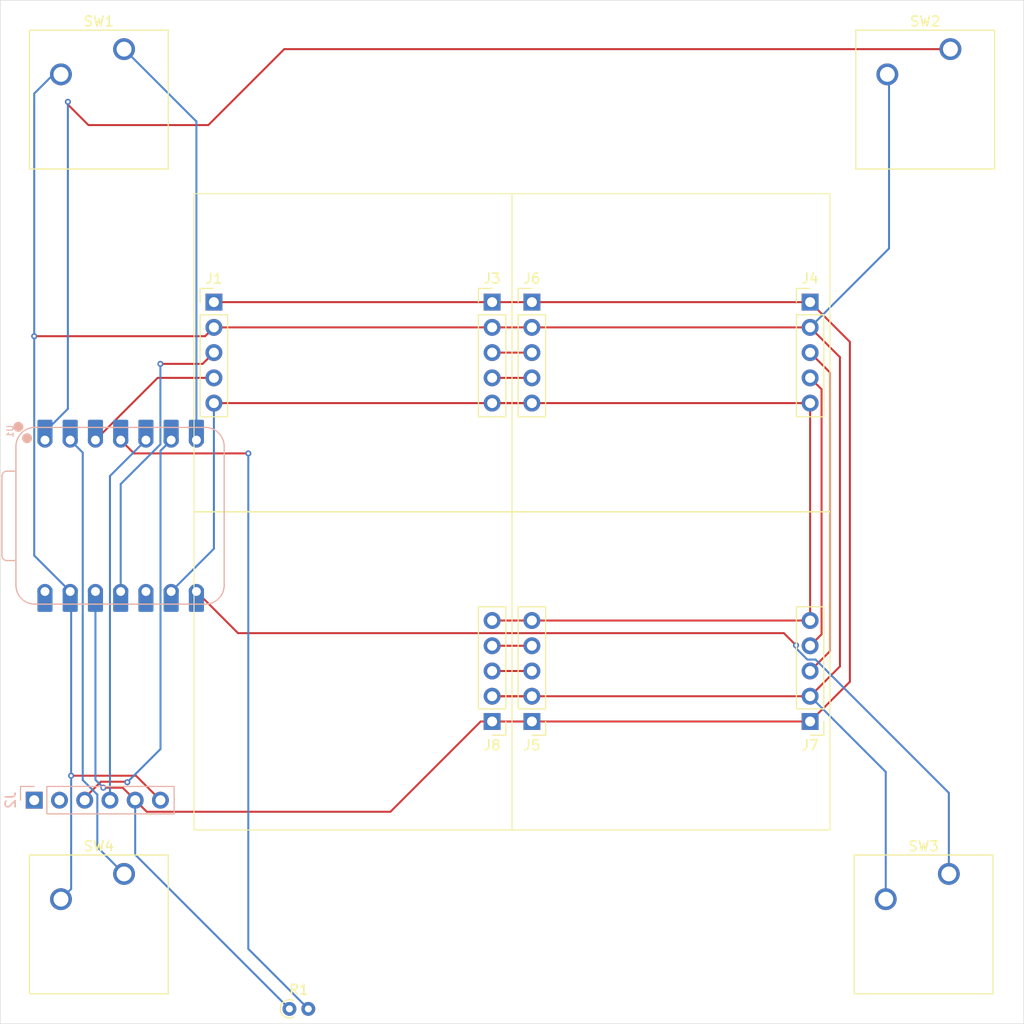
<source format=kicad_pcb>
(kicad_pcb (version 20241229) (generator "pcbnew") (generator_version "9.0")
  (layers (0 "F.Cu" signal) (2 "B.Cu" signal) (13 "F.Paste" user) (15 "B.Paste" user) (5 "F.SilkS" user "F.Silkscreen") (7 "B.SilkS" user "B.Silkscreen") (1 "F.Mask" user) (3 "B.Mask" user) (25 "Edge.Cuts" user))
  (net 0 "")
  (net 1 "+3V3")
  (net 2 "CS")
  (net 3 "CLK")
  (net 4 "DIN")
  (net 5 "GND")
  (net 7 "SDA")
  (net 9 "SCL")
  (net 10 "PHOTO")
  (net 11 "B1")
  (net 12 "B3")
  (net 13 "B2")
  (net 14 "B4")
  (net 19 "DIN2")
  (net 20 "DIN3")
  (net 21 "DIN4")
  (net 22 "CS2")
  (net 23 "CS3")
  (net 24 "CS4")
  (footprint "Connector_PinHeader_2.54mm:PinHeader_1x05_P2.54mm_Vertical" (layer "F.Cu") (at 170.5 73.96)
    (property "Reference" "J4" (at 0 -2.38 0) (layer "F.SilkS"))
    (property "Value" "Conn_01x05_Pin")
    (fp_line (start -1.38 -1.38) (end 0 -1.38) (stroke (width 0.12)) (layer "F.SilkS"))
    (fp_line (start -1.38 0) (end -1.38 -1.38) (stroke (width 0.12)) (layer "F.SilkS"))
    (fp_line (start -1.38 1.27) (end -1.38 11.54) (stroke (width 0.12)) (layer "F.SilkS"))
    (fp_line (start -1.38 1.27) (end 1.38 1.27) (stroke (width 0.12)) (layer "F.SilkS"))
    (fp_line (start -1.38 11.54) (end 1.38 11.54) (stroke (width 0.12)) (layer "F.SilkS"))
    (fp_line (start 1.38 1.27) (end 1.38 11.54) (stroke (width 0.12)) (layer "F.SilkS"))
    (pad "1" thru_hole rect (at 0 0) (size 1.7 1.7) (drill 1) (layers "*.Cu" "*.Mask") (net 1 "+3V3"))
    (pad "2" thru_hole circle (at 0 2.54) (size 1.7 1.7) (drill 1) (layers "*.Cu" "*.Mask") (net 5 "GND"))
    (pad "3" thru_hole circle (at 0 5.08) (size 1.7 1.7) (drill 1) (layers "*.Cu" "*.Mask") (net 20 "DIN3"))
    (pad "4" thru_hole circle (at 0 7.62) (size 1.7 1.7) (drill 1) (layers "*.Cu" "*.Mask") (net 23 "CS3"))
    (pad "5" thru_hole circle (at 0 10.16) (size 1.7 1.7) (drill 1) (layers "*.Cu" "*.Mask") (net 3 "CLK"))
  )
  (footprint "Connector_PinHeader_2.54mm:PinHeader_1x05_P2.54mm_Vertical" (layer "F.Cu") (at 142.5 116.16 180)
    (property "Reference" "J5" (at 0 -2.38 0) (layer "F.SilkS"))
    (property "Value" "Conn_01x05_Pin")
    (fp_line (start 1.38 1.27) (end 1.38 11.54) (stroke (width 0.12)) (layer "F.SilkS"))
    (fp_line (start -1.38 11.54) (end 1.38 11.54) (stroke (width 0.12)) (layer "F.SilkS"))
    (fp_line (start -1.38 1.27) (end 1.38 1.27) (stroke (width 0.12)) (layer "F.SilkS"))
    (fp_line (start -1.38 1.27) (end -1.38 11.54) (stroke (width 0.12)) (layer "F.SilkS"))
    (fp_line (start -1.38 0) (end -1.38 -1.38) (stroke (width 0.12)) (layer "F.SilkS"))
    (fp_line (start -1.38 -1.38) (end 0 -1.38) (stroke (width 0.12)) (layer "F.SilkS"))
    (pad "1" thru_hole rect (at 0 0 180) (size 1.7 1.7) (drill 1) (layers "*.Cu" "*.Mask") (net 1 "+3V3"))
    (pad "2" thru_hole circle (at 0 2.54 180) (size 1.7 1.7) (drill 1) (layers "*.Cu" "*.Mask") (net 5 "GND"))
    (pad "3" thru_hole circle (at 0 5.08 180) (size 1.7 1.7) (drill 1) (layers "*.Cu" "*.Mask") (net 21 "DIN4"))
    (pad "4" thru_hole circle (at 0 7.62 180) (size 1.7 1.7) (drill 1) (layers "*.Cu" "*.Mask") (net 24 "CS4"))
    (pad "5" thru_hole circle (at 0 10.16 180) (size 1.7 1.7) (drill 1) (layers "*.Cu" "*.Mask") (net 3 "CLK"))
  )
  (footprint "Connector_PinHeader_2.54mm:PinHeader_1x05_P2.54mm_Vertical" (layer "F.Cu") (at 142.5 73.96)
    (property "Reference" "J6" (at 0 -2.38 0) (layer "F.SilkS"))
    (property "Value" "Conn_01x05_Pin")
    (fp_line (start -1.38 -1.38) (end 0 -1.38) (stroke (width 0.12)) (layer "F.SilkS"))
    (fp_line (start -1.38 0) (end -1.38 -1.38) (stroke (width 0.12)) (layer "F.SilkS"))
    (fp_line (start -1.38 1.27) (end -1.38 11.54) (stroke (width 0.12)) (layer "F.SilkS"))
    (fp_line (start -1.38 1.27) (end 1.38 1.27) (stroke (width 0.12)) (layer "F.SilkS"))
    (fp_line (start -1.38 11.54) (end 1.38 11.54) (stroke (width 0.12)) (layer "F.SilkS"))
    (fp_line (start 1.38 1.27) (end 1.38 11.54) (stroke (width 0.12)) (layer "F.SilkS"))
    (pad "1" thru_hole rect (at 0 0) (size 1.7 1.7) (drill 1) (layers "*.Cu" "*.Mask") (net 1 "+3V3"))
    (pad "2" thru_hole circle (at 0 2.54) (size 1.7 1.7) (drill 1) (layers "*.Cu" "*.Mask") (net 5 "GND"))
    (pad "3" thru_hole circle (at 0 5.08) (size 1.7 1.7) (drill 1) (layers "*.Cu" "*.Mask") (net 19 "DIN2"))
    (pad "4" thru_hole circle (at 0 7.62) (size 1.7 1.7) (drill 1) (layers "*.Cu" "*.Mask") (net 22 "CS2"))
    (pad "5" thru_hole circle (at 0 10.16) (size 1.7 1.7) (drill 1) (layers "*.Cu" "*.Mask") (net 3 "CLK"))
  )
  (footprint "Button_Switch_Keyboard:SW_Cherry_MX_1.00u_PCB" (layer "F.Cu") (at 184.46 131.5)
    (property "Reference" "SW3" (at -2.54 -2.794 0) (layer "F.SilkS"))
    (property "Value" "SW_Push")
    (fp_line (start -9.525 -1.905) (end 4.445 -1.905) (stroke (width 0.12)) (layer "F.SilkS"))
    (fp_line (start -9.525 12.065) (end -9.525 -1.905) (stroke (width 0.12)) (layer "F.SilkS"))
    (fp_line (start 4.445 -1.905) (end 4.445 12.065) (stroke (width 0.12)) (layer "F.SilkS"))
    (fp_line (start 4.445 12.065) (end -9.525 12.065) (stroke (width 0.12)) (layer "F.SilkS"))
    (pad "" np_thru_hole circle (at -7.62 5.08) (size 1.7 1.7) (drill 1.7) (layers "*.Cu" "*.Mask"))
    (pad "" np_thru_hole circle (at -2.54 5.08) (size 4 4) (drill 4) (layers "*.Cu" "*.Mask"))
    (pad "" np_thru_hole circle (at 2.54 5.08) (size 1.7 1.7) (drill 1.7) (layers "*.Cu" "*.Mask"))
    (pad "1" thru_hole circle (at 0 0) (size 2.2 2.2) (drill 1.5) (layers "*.Cu" "*.Mask") (net 13 "B2"))
    (pad "2" thru_hole circle (at -6.35 2.54) (size 2.2 2.2) (drill 1.5) (layers "*.Cu" "*.Mask") (net 5 "GND"))
  )
  (footprint "Connector_PinHeader_2.54mm:PinHeader_1x05_P2.54mm_Vertical" (layer "F.Cu") (at 110.5 73.96)
    (property "Reference" "J1" (at 0 -2.38 0) (layer "F.SilkS"))
    (property "Value" "Conn_01x05_Pin")
    (fp_line (start -1.38 -1.38) (end 0 -1.38) (stroke (width 0.12)) (layer "F.SilkS"))
    (fp_line (start -1.38 0) (end -1.38 -1.38) (stroke (width 0.12)) (layer "F.SilkS"))
    (fp_line (start -1.38 1.27) (end -1.38 11.54) (stroke (width 0.12)) (layer "F.SilkS"))
    (fp_line (start -1.38 1.27) (end 1.38 1.27) (stroke (width 0.12)) (layer "F.SilkS"))
    (fp_line (start -1.38 11.54) (end 1.38 11.54) (stroke (width 0.12)) (layer "F.SilkS"))
    (fp_line (start 1.38 1.27) (end 1.38 11.54) (stroke (width 0.12)) (layer "F.SilkS"))
    (pad "1" thru_hole rect (at 0 0) (size 1.7 1.7) (drill 1) (layers "*.Cu" "*.Mask") (net 1 "+3V3"))
    (pad "2" thru_hole circle (at 0 2.54) (size 1.7 1.7) (drill 1) (layers "*.Cu" "*.Mask") (net 5 "GND"))
    (pad "3" thru_hole circle (at 0 5.08) (size 1.7 1.7) (drill 1) (layers "*.Cu" "*.Mask") (net 4 "DIN"))
    (pad "4" thru_hole circle (at 0 7.62) (size 1.7 1.7) (drill 1) (layers "*.Cu" "*.Mask") (net 2 "CS"))
    (pad "5" thru_hole circle (at 0 10.16) (size 1.7 1.7) (drill 1) (layers "*.Cu" "*.Mask") (net 3 "CLK"))
  )
  (footprint "Connector_PinHeader_2.54mm:PinHeader_1x05_P2.54mm_Vertical" (layer "F.Cu") (at 138.5 116.16 180)
    (property "Reference" "J8" (at 0 -2.38 0) (layer "F.SilkS"))
    (property "Value" "Conn_01x05_Pin")
    (fp_line (start 1.38 1.27) (end 1.38 11.54) (stroke (width 0.12)) (layer "F.SilkS"))
    (fp_line (start -1.38 11.54) (end 1.38 11.54) (stroke (width 0.12)) (layer "F.SilkS"))
    (fp_line (start -1.38 1.27) (end 1.38 1.27) (stroke (width 0.12)) (layer "F.SilkS"))
    (fp_line (start -1.38 1.27) (end -1.38 11.54) (stroke (width 0.12)) (layer "F.SilkS"))
    (fp_line (start -1.38 0) (end -1.38 -1.38) (stroke (width 0.12)) (layer "F.SilkS"))
    (fp_line (start -1.38 -1.38) (end 0 -1.38) (stroke (width 0.12)) (layer "F.SilkS"))
    (pad "1" thru_hole rect (at 0 0 180) (size 1.7 1.7) (drill 1) (layers "*.Cu" "*.Mask") (net 1 "+3V3"))
    (pad "2" thru_hole circle (at 0 2.54 180) (size 1.7 1.7) (drill 1) (layers "*.Cu" "*.Mask") (net 5 "GND"))
    (pad "3" thru_hole circle (at 0 5.08 180) (size 1.7 1.7) (drill 1) (layers "*.Cu" "*.Mask") (net 21 "DIN4"))
    (pad "4" thru_hole circle (at 0 7.62 180) (size 1.7 1.7) (drill 1) (layers "*.Cu" "*.Mask") (net 24 "CS4"))
    (pad "5" thru_hole circle (at 0 10.16 180) (size 1.7 1.7) (drill 1) (layers "*.Cu" "*.Mask") (net 3 "CLK"))
  )
  (footprint "Button_Switch_Keyboard:SW_Cherry_MX_1.00u_PCB" (layer "F.Cu") (at 101.46 131.5)
    (property "Reference" "SW4" (at -2.54 -2.794 0) (layer "F.SilkS"))
    (property "Value" "SW_Push")
    (fp_line (start -9.525 -1.905) (end 4.445 -1.905) (stroke (width 0.12)) (layer "F.SilkS"))
    (fp_line (start -9.525 12.065) (end -9.525 -1.905) (stroke (width 0.12)) (layer "F.SilkS"))
    (fp_line (start 4.445 -1.905) (end 4.445 12.065) (stroke (width 0.12)) (layer "F.SilkS"))
    (fp_line (start 4.445 12.065) (end -9.525 12.065) (stroke (width 0.12)) (layer "F.SilkS"))
    (pad "" np_thru_hole circle (at -7.62 5.08) (size 1.7 1.7) (drill 1.7) (layers "*.Cu" "*.Mask"))
    (pad "" np_thru_hole circle (at -2.54 5.08) (size 4 4) (drill 4) (layers "*.Cu" "*.Mask"))
    (pad "" np_thru_hole circle (at 2.54 5.08) (size 1.7 1.7) (drill 1.7) (layers "*.Cu" "*.Mask"))
    (pad "1" thru_hole circle (at 0 0) (size 2.2 2.2) (drill 1.5) (layers "*.Cu" "*.Mask") (net 14 "B4"))
    (pad "2" thru_hole circle (at -6.35 2.54) (size 2.2 2.2) (drill 1.5) (layers "*.Cu" "*.Mask") (net 5 "GND"))
  )
  (footprint "Resistor_THT:R_Axial_DIN0204_L3.6mm_D1.6mm_P1.90mm_Vertical" (layer "F.Cu") (at 118.1 145.08)
    (property "Reference" "R1" (at 0.95 -1.92 0) (layer "F.SilkS"))
    (property "Value" "R_Photo")
    (fp_arc (start 0.417133 0.82) (mid -0.92 0) (end 0.417133 -0.82) (stroke (width 0.12)) (layer "F.SilkS"))
    (pad "1" thru_hole circle (at 0 0) (size 1.4 1.4) (drill 0.7) (layers "*.Cu" "*.Mask") (net 1 "+3V3"))
    (pad "2" thru_hole circle (at 1.9 0) (size 1.4 1.4) (drill 0.7) (layers "*.Cu" "*.Mask") (net 10 "PHOTO"))
  )
  (footprint "Connector_PinHeader_2.54mm:PinHeader_1x05_P2.54mm_Vertical" (layer "F.Cu") (at 138.5 73.96)
    (property "Reference" "J3" (at 0 -2.38 0) (layer "F.SilkS"))
    (property "Value" "Conn_01x05_Pin")
    (fp_line (start -1.38 -1.38) (end 0 -1.38) (stroke (width 0.12)) (layer "F.SilkS"))
    (fp_line (start -1.38 0) (end -1.38 -1.38) (stroke (width 0.12)) (layer "F.SilkS"))
    (fp_line (start -1.38 1.27) (end -1.38 11.54) (stroke (width 0.12)) (layer "F.SilkS"))
    (fp_line (start -1.38 1.27) (end 1.38 1.27) (stroke (width 0.12)) (layer "F.SilkS"))
    (fp_line (start -1.38 11.54) (end 1.38 11.54) (stroke (width 0.12)) (layer "F.SilkS"))
    (fp_line (start 1.38 1.27) (end 1.38 11.54) (stroke (width 0.12)) (layer "F.SilkS"))
    (pad "1" thru_hole rect (at 0 0) (size 1.7 1.7) (drill 1) (layers "*.Cu" "*.Mask") (net 1 "+3V3"))
    (pad "2" thru_hole circle (at 0 2.54) (size 1.7 1.7) (drill 1) (layers "*.Cu" "*.Mask") (net 5 "GND"))
    (pad "3" thru_hole circle (at 0 5.08) (size 1.7 1.7) (drill 1) (layers "*.Cu" "*.Mask") (net 19 "DIN2"))
    (pad "4" thru_hole circle (at 0 7.62) (size 1.7 1.7) (drill 1) (layers "*.Cu" "*.Mask") (net 22 "CS2"))
    (pad "5" thru_hole circle (at 0 10.16) (size 1.7 1.7) (drill 1) (layers "*.Cu" "*.Mask") (net 3 "CLK"))
  )
  (footprint "Connector_PinHeader_2.54mm:PinHeader_1x05_P2.54mm_Vertical" (layer "F.Cu") (at 170.5 116.16 180)
    (property "Reference" "J7" (at 0 -2.38 0) (layer "F.SilkS"))
    (property "Value" "Conn_01x05_Pin")
    (fp_line (start 1.38 1.27) (end 1.38 11.54) (stroke (width 0.12)) (layer "F.SilkS"))
    (fp_line (start -1.38 11.54) (end 1.38 11.54) (stroke (width 0.12)) (layer "F.SilkS"))
    (fp_line (start -1.38 1.27) (end 1.38 1.27) (stroke (width 0.12)) (layer "F.SilkS"))
    (fp_line (start -1.38 1.27) (end -1.38 11.54) (stroke (width 0.12)) (layer "F.SilkS"))
    (fp_line (start -1.38 0) (end -1.38 -1.38) (stroke (width 0.12)) (layer "F.SilkS"))
    (fp_line (start -1.38 -1.38) (end 0 -1.38) (stroke (width 0.12)) (layer "F.SilkS"))
    (pad "1" thru_hole rect (at 0 0 180) (size 1.7 1.7) (drill 1) (layers "*.Cu" "*.Mask") (net 1 "+3V3"))
    (pad "2" thru_hole circle (at 0 2.54 180) (size 1.7 1.7) (drill 1) (layers "*.Cu" "*.Mask") (net 5 "GND"))
    (pad "3" thru_hole circle (at 0 5.08 180) (size 1.7 1.7) (drill 1) (layers "*.Cu" "*.Mask") (net 20 "DIN3"))
    (pad "4" thru_hole circle (at 0 7.62 180) (size 1.7 1.7) (drill 1) (layers "*.Cu" "*.Mask") (net 23 "CS3"))
    (pad "5" thru_hole circle (at 0 10.16 180) (size 1.7 1.7) (drill 1) (layers "*.Cu" "*.Mask") (net 3 "CLK"))
  )
  (footprint "Button_Switch_Keyboard:SW_Cherry_MX_1.00u_PCB" (layer "F.Cu") (at 184.62 48.5)
    (property "Reference" "SW2" (at -2.54 -2.794 0) (layer "F.SilkS"))
    (property "Value" "SW_Push")
    (fp_line (start -9.525 -1.905) (end 4.445 -1.905) (stroke (width 0.12)) (layer "F.SilkS"))
    (fp_line (start -9.525 12.065) (end -9.525 -1.905) (stroke (width 0.12)) (layer "F.SilkS"))
    (fp_line (start 4.445 -1.905) (end 4.445 12.065) (stroke (width 0.12)) (layer "F.SilkS"))
    (fp_line (start 4.445 12.065) (end -9.525 12.065) (stroke (width 0.12)) (layer "F.SilkS"))
    (pad "" np_thru_hole circle (at -7.62 5.08) (size 1.7 1.7) (drill 1.7) (layers "*.Cu" "*.Mask"))
    (pad "" np_thru_hole circle (at -2.54 5.08) (size 4 4) (drill 4) (layers "*.Cu" "*.Mask"))
    (pad "" np_thru_hole circle (at 2.54 5.08) (size 1.7 1.7) (drill 1.7) (layers "*.Cu" "*.Mask"))
    (pad "1" thru_hole circle (at 0 0) (size 2.2 2.2) (drill 1.5) (layers "*.Cu" "*.Mask") (net 12 "B3"))
    (pad "2" thru_hole circle (at -6.35 2.54) (size 2.2 2.2) (drill 1.5) (layers "*.Cu" "*.Mask") (net 5 "GND"))
  )
  (footprint "Button_Switch_Keyboard:SW_Cherry_MX_1.00u_PCB" (layer "F.Cu") (at 101.46 48.5)
    (property "Reference" "SW1" (at -2.54 -2.794 0) (layer "F.SilkS"))
    (property "Value" "SW_Push")
    (fp_line (start -9.525 -1.905) (end 4.445 -1.905) (stroke (width 0.12)) (layer "F.SilkS"))
    (fp_line (start -9.525 12.065) (end -9.525 -1.905) (stroke (width 0.12)) (layer "F.SilkS"))
    (fp_line (start 4.445 -1.905) (end 4.445 12.065) (stroke (width 0.12)) (layer "F.SilkS"))
    (fp_line (start 4.445 12.065) (end -9.525 12.065) (stroke (width 0.12)) (layer "F.SilkS"))
    (pad "" np_thru_hole circle (at -7.62 5.08) (size 1.7 1.7) (drill 1.7) (layers "*.Cu" "*.Mask"))
    (pad "" np_thru_hole circle (at -2.54 5.08) (size 4 4) (drill 4) (layers "*.Cu" "*.Mask"))
    (pad "" np_thru_hole circle (at 2.54 5.08) (size 1.7 1.7) (drill 1.7) (layers "*.Cu" "*.Mask"))
    (pad "1" thru_hole circle (at 0 0) (size 2.2 2.2) (drill 1.5) (layers "*.Cu" "*.Mask") (net 11 "B1"))
    (pad "2" thru_hole circle (at -6.35 2.54) (size 2.2 2.2) (drill 1.5) (layers "*.Cu" "*.Mask") (net 5 "GND"))
  )
  (footprint "Connector_PinHeader_2.54mm:PinHeader_1x06_P2.54mm_Vertical" (layer "B.Cu") (at 92.42 124.08 -90)
    (property "Reference" "J2" (at 0 2.38 90) (layer "B.SilkS") (effects (justify mirror)))
    (property "Value" "Conn_01x06_Pin")
    (fp_line (start -1.38 1.38) (end 0 1.38) (stroke (width 0.12)) (layer "B.SilkS"))
    (fp_line (start -1.38 0) (end -1.38 1.38) (stroke (width 0.12)) (layer "B.SilkS"))
    (fp_line (start -1.38 -1.27) (end 1.38 -1.27) (stroke (width 0.12)) (layer "B.SilkS"))
    (fp_line (start -1.38 -1.27) (end -1.38 -14.08) (stroke (width 0.12)) (layer "B.SilkS"))
    (fp_line (start 1.38 -1.27) (end 1.38 -14.08) (stroke (width 0.12)) (layer "B.SilkS"))
    (fp_line (start -1.38 -14.08) (end 1.38 -14.08) (stroke (width 0.12)) (layer "B.SilkS"))
    (pad "1" thru_hole rect (at 0 0 270) (size 1.7 1.7) (drill 1) (layers "*.Cu" "*.Mask"))
    (pad "2" thru_hole circle (at 0 -2.54 270) (size 1.7 1.7) (drill 1) (layers "*.Cu" "*.Mask"))
    (pad "3" thru_hole circle (at 0 -5.08 270) (size 1.7 1.7) (drill 1) (layers "*.Cu" "*.Mask") (net 9 "SCL"))
    (pad "4" thru_hole circle (at 0 -7.62 270) (size 1.7 1.7) (drill 1) (layers "*.Cu" "*.Mask") (net 7 "SDA"))
    (pad "5" thru_hole circle (at 0 -10.16 270) (size 1.7 1.7) (drill 1) (layers "*.Cu" "*.Mask") (net 1 "+3V3"))
    (pad "6" thru_hole circle (at 0 -12.7 270) (size 1.7 1.7) (drill 1) (layers "*.Cu" "*.Mask") (net 5 "GND"))
  )
  (footprint "EE Parts:XIAO-RP2040-DIP" (layer "B.Cu") (at 101.12 95.46 -90)
    (property "Reference" "U1" (at -8.5 11.12 90) (layer "B.SilkS") (effects (font (size 0.635 0.635) (thickness 0.1016)) (justify mirror)))
    (property "Value" "XIAO-RP2040-DIP")
    (fp_line (start -3.991272 11.951) (end 4.004 11.951) (stroke (width 0.127)) (layer "B.SilkS"))
    (fp_line (start 4.504 11.451) (end 4.504 10.541) (stroke (width 0.127)) (layer "B.SilkS"))
    (fp_line (start -4.495 10.541) (end -4.491272 11.451272) (stroke (width 0.127)) (layer "B.SilkS"))
    (fp_line (start 6.985 10.541) (end -6.985 10.541) (stroke (width 0.1)) (layer "B.SilkS"))
    (fp_line (start 6.985 10.541) (end -6.985 10.541) (stroke (width 0.127)) (layer "B.SilkS"))
    (fp_line (start -8.89 -8.509) (end -8.89 8.636) (stroke (width 0.127)) (layer "B.SilkS"))
    (fp_line (start 8.89 -8.509) (end 8.89 8.636) (stroke (width 0.127)) (layer "B.SilkS"))
    (fp_line (start -6.985 -10.414) (end 6.985 -10.414) (stroke (width 0.127)) (layer "B.SilkS"))
    (fp_arc (start -3.991272 11.951) (mid -4.344724 11.804644) (end -4.491272 11.451272) (stroke (width 0.127)) (layer "B.SilkS"))
    (fp_arc (start 4.504 11.451) (mid 4.357553 11.804553) (end 4.004 11.951) (stroke (width 0.127)) (layer "B.SilkS"))
    (fp_arc (start -6.985 10.541) (mid -8.332038 9.983038) (end -8.89 8.636) (stroke (width 0.127)) (layer "B.SilkS"))
    (fp_arc (start 8.89 8.636) (mid 8.332038 9.983038) (end 6.985 10.541) (stroke (width 0.127)) (layer "B.SilkS"))
    (fp_arc (start -8.89 -8.509) (mid -8.332038 -9.856038) (end -6.985 -10.414) (stroke (width 0.127)) (layer "B.SilkS"))
    (fp_arc (start 6.985 -10.414) (mid 8.332038 -9.856038) (end 8.89 -8.509) (stroke (width 0.127)) (layer "B.SilkS"))
    (fp_circle (center -8.95 10.3) (end -8.95 10.554) (stroke (width 0.5)) (fill yes) (layer "B.SilkS"))
    (fp_circle (center -7.807 9.42) (end -7.807 9.674) (stroke (width 0.5)) (fill yes) (layer "B.SilkS"))
    (pad "1" smd roundrect (at -8.455 7.62 90) (size 2.432 1.524) (layers "B.Cu" "B.Mask") (roundrect_rratio 0.1) (net 12 "B3"))
    (pad "1" thru_hole circle (at -7.62 7.62 90) (size 1.524 1.524) (drill 0.889) (layers "*.Cu" "*.Mask") (net 12 "B3"))
    (pad "2" smd roundrect (at -8.455 5.08 90) (size 2.432 1.524) (layers "B.Cu" "B.Mask") (roundrect_rratio 0.1) (net 14 "B4"))
    (pad "2" thru_hole circle (at -7.62 5.08 90) (size 1.524 1.524) (drill 0.889) (layers "*.Cu" "*.Mask") (net 14 "B4"))
    (pad "3" smd roundrect (at -8.455 2.54 90) (size 2.432 1.524) (layers "B.Cu" "B.Mask") (roundrect_rratio 0.1) (net 2 "CS"))
    (pad "3" thru_hole circle (at -7.62 2.54 90) (size 1.524 1.524) (drill 0.889) (layers "*.Cu" "*.Mask") (net 2 "CS"))
    (pad "4" smd roundrect (at -8.455 0 90) (size 2.432 1.524) (layers "B.Cu" "B.Mask") (roundrect_rratio 0.1) (net 10 "PHOTO"))
    (pad "4" thru_hole circle (at -7.62 0 90) (size 1.524 1.524) (drill 0.889) (layers "*.Cu" "*.Mask") (net 10 "PHOTO"))
    (pad "5" smd roundrect (at -8.455 -2.54 90) (size 2.432 1.524) (layers "B.Cu" "B.Mask") (roundrect_rratio 0.1) (net 7 "SDA"))
    (pad "5" thru_hole circle (at -7.62 -2.54 90) (size 1.524 1.524) (drill 0.889) (layers "*.Cu" "*.Mask") (net 7 "SDA"))
    (pad "6" smd roundrect (at -8.455 -5.08 90) (size 2.432 1.524) (layers "B.Cu" "B.Mask") (roundrect_rratio 0.1) (net 9 "SCL"))
    (pad "6" thru_hole circle (at -7.62 -5.08 90) (size 1.524 1.524) (drill 0.889) (layers "*.Cu" "*.Mask") (net 9 "SCL"))
    (pad "7" smd roundrect (at -8.455 -7.62 90) (size 2.432 1.524) (layers "B.Cu" "B.Mask") (roundrect_rratio 0.1) (net 11 "B1"))
    (pad "7" thru_hole circle (at -7.62 -7.62 90) (size 1.524 1.524) (drill 0.889) (layers "*.Cu" "*.Mask") (net 11 "B1"))
    (pad "8" thru_hole circle (at 7.62 -7.62 270) (size 1.524 1.524) (drill 0.889) (layers "*.Cu" "*.Mask") (net 13 "B2"))
    (pad "8" smd roundrect (at 8.455 -7.62 270) (size 2.432 1.524) (layers "B.Cu" "B.Mask") (roundrect_rratio 0.1) (net 13 "B2"))
    (pad "9" thru_hole circle (at 7.62 -5.08 270) (size 1.524 1.524) (drill 0.889) (layers "*.Cu" "*.Mask") (net 3 "CLK"))
    (pad "9" smd roundrect (at 8.455 -5.08 270) (size 2.432 1.524) (layers "B.Cu" "B.Mask") (roundrect_rratio 0.1) (net 3 "CLK"))
    (pad "10" thru_hole circle (at 7.62 -2.54 270) (size 1.524 1.524) (drill 0.889) (layers "*.Cu" "*.Mask"))
    (pad "10" smd roundrect (at 8.455 -2.54 270) (size 2.432 1.524) (layers "B.Cu" "B.Mask") (roundrect_rratio 0.1))
    (pad "11" thru_hole circle (at 7.62 0 270) (size 1.524 1.524) (drill 0.889) (layers "*.Cu" "*.Mask") (net 4 "DIN"))
    (pad "11" smd roundrect (at 8.455 0 270) (size 2.432 1.524) (layers "B.Cu" "B.Mask") (roundrect_rratio 0.1) (net 4 "DIN"))
    (pad "12" thru_hole circle (at 7.62 2.54 270) (size 1.524 1.524) (drill 0.889) (layers "*.Cu" "*.Mask") (net 1 "+3V3"))
    (pad "12" smd roundrect (at 8.455 2.54 270) (size 2.432 1.524) (layers "B.Cu" "B.Mask") (roundrect_rratio 0.1) (net 1 "+3V3"))
    (pad "13" thru_hole circle (at 7.62 5.08 270) (size 1.524 1.524) (drill 0.889) (layers "*.Cu" "*.Mask") (net 5 "GND"))
    (pad "13" smd roundrect (at 8.455 5.08 270) (size 2.432 1.524) (layers "B.Cu" "B.Mask") (roundrect_rratio 0.1) (net 5 "GND"))
    (pad "14" thru_hole circle (at 7.62 7.62 270) (size 1.524 1.524) (drill 0.889) (layers "*.Cu" "*.Mask"))
    (pad "14" smd roundrect (at 8.455 7.62 270) (size 2.432 1.524) (layers "B.Cu" "B.Mask") (roundrect_rratio 0.1))
  )
  (gr_rect (start 140.5 95.08) (end 172.5 127.08) (stroke (width 0.1)) (fill no) (layer "F.SilkS"))
  (gr_rect (start 140.5 63.04) (end 172.5 95.04) (stroke (width 0.1)) (fill no) (layer "F.SilkS"))
  (gr_rect (start 108.5 95.08) (end 140.5 127.08) (stroke (width 0.1)) (fill no) (layer "F.SilkS"))
  (gr_rect (start 108.5 63.04) (end 140.5 95.04) (stroke (width 0.1)) (fill no) (layer "F.SilkS"))
  (gr_rect (start 89 43.58) (end 192 146.58) (stroke (width 0.05)) (fill no) (layer "Edge.Cuts"))
  (segment (start 174.5 77.96) (end 174.5 112.16) (width 0.2) (layer "F.Cu") (net 1))
  (segment (start 142.5 116.16) (end 138.5 116.16) (width 0.2) (layer "F.Cu") (net 1))
  (segment (start 102.58 124.08) (end 103.7437 125.2437) (width 0.2) (layer "F.Cu") (net 1))
  (segment (start 138.5 116.16) (end 137.3483 116.16) (width 0.2) (layer "F.Cu") (net 1))
  (segment (start 103.7437 125.2437) (end 128.2646 125.2437) (width 0.2) (layer "F.Cu") (net 1))
  (segment (start 101.3224 122.8224) (end 102.58 124.08) (width 0.2) (layer "F.Cu") (net 1))
  (segment (start 138.5 116.16) (end 170.5 116.16) (width 0.2) (layer "F.Cu") (net 1))
  (segment (start 170.5 73.96) (end 174.5 77.96) (width 0.2) (layer "F.Cu") (net 1))
  (segment (start 99.3747 122.8224) (end 101.3224 122.8224) (width 0.2) (layer "F.Cu") (net 1))
  (segment (start 128.2646 125.2437) (end 137.3483 116.16) (width 0.2) (layer "F.Cu") (net 1))
  (segment (start 110.5 73.96) (end 170.5 73.96) (width 0.2) (layer "F.Cu") (net 1))
  (segment (start 174.5 112.16) (end 170.5 116.16) (width 0.2) (layer "F.Cu") (net 1))
  (via (at 99.3747 122.8224) (size 0.6) (drill 0.3) (layers "F.Cu" "B.Cu") (net 1))
  (segment (start 99.3747 122.8224) (end 98.58 122.0277) (width 0.2) (layer "B.Cu") (net 1))
  (segment (start 98.58 122.0277) (end 98.58 103.915) (width 0.2) (layer "B.Cu") (net 1))
  (segment (start 102.58 129.56) (end 102.58 124.08) (width 0.2) (layer "B.Cu") (net 1))
  (segment (start 98.58 103.915) (end 98.58 103.08) (width 0.2) (layer "B.Cu") (net 1))
  (segment (start 118.1 145.08) (end 102.58 129.56) (width 0.2) (layer "B.Cu") (net 1))
  (segment (start 98.58 87.84) (end 104.84 81.58) (width 0.2) (layer "F.Cu") (net 2))
  (segment (start 104.84 81.58) (end 110.5 81.58) (width 0.2) (layer "F.Cu") (net 2))
  (segment (start 98.58 87.005) (end 98.58 87.84) (width 0.2) (layer "B.Cu") (net 2))
  (segment (start 142.5 84.12) (end 138.5 84.12) (width 0.2) (layer "F.Cu") (net 3))
  (segment (start 142.5 106) (end 138.5 106) (width 0.2) (layer "F.Cu") (net 3))
  (segment (start 110.5 84.12) (end 170.5 84.12) (width 0.2) (layer "F.Cu") (net 3))
  (segment (start 170.5 84.12) (end 170.5 106) (width 0.2) (layer "F.Cu") (net 3))
  (segment (start 170.5 106) (end 138.5 106) (width 0.2) (layer "F.Cu") (net 3))
  (segment (start 106.2 103.08) (end 110.5 98.78) (width 0.2) (layer "B.Cu") (net 3))
  (segment (start 106.2 103.915) (end 106.2 103.08) (width 0.2) (layer "B.Cu") (net 3))
  (segment (start 110.5 98.78) (end 110.5 84.12) (width 0.2) (layer "B.Cu") (net 3))
  (segment (start 109.3689 80.1711) (end 105.1173 80.1711) (width 0.2) (layer "F.Cu") (net 4))
  (segment (start 110.5 79.04) (end 109.3689 80.1711) (width 0.2) (layer "F.Cu") (net 4))
  (via (at 105.1173 80.1711) (size 0.6) (drill 0.3) (layers "F.Cu" "B.Cu") (net 4))
  (segment (start 101.12 92.2707) (end 101.12 103.08) (width 0.2) (layer "B.Cu") (net 4))
  (segment (start 101.12 103.915) (end 101.12 103.08) (width 0.2) (layer "B.Cu") (net 4))
  (segment (start 105.1173 88.2734) (end 101.12 92.2707) (width 0.2) (layer "B.Cu") (net 4))
  (segment (start 105.1173 80.1711) (end 105.1173 88.2734) (width 0.2) (layer "B.Cu") (net 4))
  (segment (start 102.6569 121.6169) (end 105.12 124.08) (width 0.2) (layer "F.Cu") (net 5))
  (segment (start 109.6121 77.3879) (end 110.5 76.5) (width 0.2) (layer "F.Cu") (net 5))
  (segment (start 92.4202 77.3879) (end 109.6121 77.3879) (width 0.2) (layer "F.Cu") (net 5))
  (segment (start 173.5 79.5) (end 170.5 76.5) (width 0.2) (layer "F.Cu") (net 5))
  (segment (start 170.5 113.62) (end 173.5 110.62) (width 0.2) (layer "F.Cu") (net 5))
  (segment (start 142.5 113.62) (end 138.5 113.62) (width 0.2) (layer "F.Cu") (net 5))
  (segment (start 96.135 121.6169) (end 102.6569 121.6169) (width 0.2) (layer "F.Cu") (net 5))
  (segment (start 170.5 113.62) (end 138.5 113.62) (width 0.2) (layer "F.Cu") (net 5))
  (segment (start 173.5 110.62) (end 173.5 79.5) (width 0.2) (layer "F.Cu") (net 5))
  (segment (start 170.5 76.5) (end 110.5 76.5) (width 0.2) (layer "F.Cu") (net 5))
  (via (at 96.135 121.6169) (size 0.6) (drill 0.3) (layers "F.Cu" "B.Cu") (net 5))
  (via (at 92.4202 77.3879) (size 0.6) (drill 0.3) (layers "F.Cu" "B.Cu") (net 5))
  (segment (start 178.27 51.04) (end 178.4413 51.2113) (width 0.2) (layer "B.Cu") (net 5))
  (segment (start 94.3534 51.04) (end 92.4202 52.9732) (width 0.2) (layer "B.Cu") (net 5))
  (segment (start 92.4202 99.4602) (end 96.04 103.08) (width 0.2) (layer "B.Cu") (net 5))
  (segment (start 92.4202 52.9732) (end 92.4202 77.3879) (width 0.2) (layer "B.Cu") (net 5))
  (segment (start 178.4413 51.2113) (end 178.4413 68.5587) (width 0.2) (layer "B.Cu") (net 5))
  (segment (start 178.11 121.23) (end 170.5 113.62) (width 0.2) (layer "B.Cu") (net 5))
  (segment (start 95.11 51.04) (end 94.3534 51.04) (width 0.2) (layer "B.Cu") (net 5))
  (segment (start 178.4413 68.5587) (end 170.5 76.5) (width 0.2) (layer "B.Cu") (net 5))
  (segment (start 96.135 133.015) (end 96.135 121.6169) (width 0.2) (layer "B.Cu") (net 5))
  (segment (start 96.135 104.01) (end 96.04 103.915) (width 0.2) (layer "B.Cu") (net 5))
  (segment (start 92.4202 77.3879) (end 92.4202 99.4602) (width 0.2) (layer "B.Cu") (net 5))
  (segment (start 178.11 134.04) (end 178.11 121.23) (width 0.2) (layer "B.Cu") (net 5))
  (segment (start 95.11 134.04) (end 96.135 133.015) (width 0.2) (layer "B.Cu") (net 5))
  (segment (start 96.135 121.6169) (end 96.135 104.01) (width 0.2) (layer "B.Cu") (net 5))
  (segment (start 96.04 103.915) (end 96.04 103.08) (width 0.2) (layer "B.Cu") (net 5))
  (segment (start 103.66 87.005) (end 103.66 87.4225) (width 0.2) (layer "B.Cu") (net 7))
  (segment (start 103.66 87.6725) (end 103.66 87.84) (width 0.2) (layer "B.Cu") (net 7))
  (segment (start 103.66 87.6312) (end 103.66 87.6725) (width 0.2) (layer "B.Cu") (net 7))
  (segment (start 103.66 87.84) (end 100.04 91.46) (width 0.2) (layer "B.Cu") (net 7))
  (segment (start 103.66 87.4225) (end 103.66 87.6312) (width 0.2) (layer "B.Cu") (net 7))
  (segment (start 100.04 91.46) (end 100.04 124.08) (width 0.2) (layer "B.Cu") (net 7))
  (segment (start 101.7847 122.2743) (end 101.7311 122.2207) (width 0.2) (layer "F.Cu") (net 9))
  (segment (start 97.5 123.8463) (end 97.5 124.08) (width 0.2) (layer "F.Cu") (net 9))
  (segment (start 101.7847 122.2207) (end 101.7847 122.2743) (width 0.2) (layer "F.Cu") (net 9))
  (segment (start 101.7847 122.2743) (end 101.7847 122.2207) (width 0.2) (layer "F.Cu") (net 9))
  (segment (start 101.7311 122.2207) (end 99.1256 122.2207) (width 0.2) (layer "F.Cu") (net 9))
  (segment (start 99.1256 122.2207) (end 97.5 123.8463) (width 0.2) (layer "F.Cu") (net 9))
  (via (at 101.7847 122.2743) (size 0.6) (drill 0.3) (layers "F.Cu" "B.Cu") (net 9))
  (segment (start 101.7847 122.2743) (end 101.7847 122.2207) (width 0.2) (layer "B.Cu") (net 9))
  (segment (start 106.2 87.005) (end 106.2 87.4225) (width 0.2) (layer "B.Cu") (net 9))
  (segment (start 105.128 88.912) (end 106.2 87.84) (width 0.2) (layer "B.Cu") (net 9))
  (segment (start 106.2 87.4638) (end 106.2 87.84) (width 0.2) (layer "B.Cu") (net 9))
  (segment (start 106.2 87.4225) (end 106.2 87.4638) (width 0.2) (layer "B.Cu") (net 9))
  (segment (start 101.7847 122.2207) (end 101.7847 122.2743) (width 0.2) (layer "B.Cu") (net 9))
  (segment (start 101.7847 122.2743) (end 105.128 118.931) (width 0.2) (layer "B.Cu") (net 9))
  (segment (start 105.128 118.931) (end 105.128 88.912) (width 0.2) (layer "B.Cu") (net 9))
  (segment (start 102.4623 89.1823) (end 113.9631 89.1823) (width 0.2) (layer "F.Cu") (net 10))
  (segment (start 101.12 87.84) (end 102.4623 89.1823) (width 0.2) (layer "F.Cu") (net 10))
  (via (at 113.9631 89.1823) (size 0.6) (drill 0.3) (layers "F.Cu" "B.Cu") (net 10))
  (segment (start 101.12 87.005) (end 101.12 87.84) (width 0.2) (layer "B.Cu") (net 10))
  (segment (start 113.9631 139.0431) (end 120 145.08) (width 0.2) (layer "B.Cu") (net 10))
  (segment (start 113.9631 89.1823) (end 113.9631 139.0431) (width 0.2) (layer "B.Cu") (net 10))
  (segment (start 108.74 87.005) (end 108.74 55.78) (width 0.2) (layer "B.Cu") (net 11))
  (segment (start 108.74 55.78) (end 101.46 48.5) (width 0.2) (layer "B.Cu") (net 11))
  (segment (start 108.74 87.84) (end 108.74 87.005) (width 0.2) (layer "B.Cu") (net 11))
  (segment (start 97.8734 56.1422) (end 95.805 54.0738) (width 0.2) (layer "F.Cu") (net 12))
  (segment (start 95.805 53.7991) (end 95.805 54.0738) (width 0.2) (layer "F.Cu") (net 12))
  (segment (start 184.62 48.5) (end 117.579 48.5) (width 0.2) (layer "F.Cu") (net 12))
  (segment (start 109.9368 56.1422) (end 97.8734 56.1422) (width 0.2) (layer "F.Cu") (net 12))
  (segment (start 95.805 54.0738) (end 95.805 53.7991) (width 0.2) (layer "F.Cu") (net 12))
  (segment (start 117.579 48.5) (end 109.9368 56.1422) (width 0.2) (layer "F.Cu") (net 12))
  (segment (start 95.805 54.0738) (end 95.805 53.7991) (width 0.2) (layer "F.Cu") (net 12))
  (via (at 95.805 53.7991) (size 0.6) (drill 0.3) (layers "F.Cu" "B.Cu") (net 12))
  (segment (start 95.805 84.7) (end 93.5 87.005) (width 0.2) (layer "B.Cu") (net 12))
  (segment (start 95.805 53.7991) (end 95.805 84.7) (width 0.2) (layer "B.Cu") (net 12))
  (segment (start 95.805 54.0738) (end 95.805 53.7991) (width 0.2) (layer "B.Cu") (net 12))
  (segment (start 93.5 87.84) (end 93.5 87.005) (width 0.2) (layer "B.Cu") (net 12))
  (segment (start 95.805 53.7991) (end 95.805 54.0738) (width 0.2) (layer "B.Cu") (net 12))
  (segment (start 112.93 107.27) (end 108.74 103.08) (width 0.2) (layer "F.Cu") (net 13))
  (segment (start 169.0811 108.4941) (end 167.857 107.27) (width 0.2) (layer "F.Cu") (net 13))
  (segment (start 167.857 107.27) (end 112.93 107.27) (width 0.2) (layer "F.Cu") (net 13))
  (via (at 169.0811 108.4941) (size 0.6) (drill 0.3) (layers "F.Cu" "B.Cu") (net 13))
  (segment (start 170.2235 109.9283) (end 169.0811 108.7859) (width 0.2) (layer "B.Cu") (net 13))
  (segment (start 108.74 103.08) (end 108.74 103.915) (width 0.2) (layer "B.Cu") (net 13))
  (segment (start 171.0447 109.9283) (end 170.2235 109.9283) (width 0.2) (layer "B.Cu") (net 13))
  (segment (start 169.0811 108.7859) (end 169.0811 108.4941) (width 0.2) (layer "B.Cu") (net 13))
  (segment (start 184.46 123.3436) (end 171.0447 109.9283) (width 0.2) (layer "B.Cu") (net 13))
  (segment (start 184.46 131.5) (end 184.46 123.3436) (width 0.2) (layer "B.Cu") (net 13))
  (segment (start 97.3 89.1) (end 96.04 87.84) (width 0.2) (layer "B.Cu") (net 14))
  (segment (start 97.3 122.05) (end 97.3 89.1) (width 0.2) (layer "B.Cu") (net 14))
  (segment (start 98.7701 128.8101) (end 98.7701 123.5201) (width 0.2) (layer "B.Cu") (net 14))
  (segment (start 101.46 131.5) (end 98.7701 128.8101) (width 0.2) (layer "B.Cu") (net 14))
  (segment (start 96.04 87.005) (end 96.04 87.84) (width 0.2) (layer "B.Cu") (net 14))
  (segment (start 98.7701 123.5201) (end 97.3 122.05) (width 0.2) (layer "B.Cu") (net 14))
  (segment (start 138.5 79.04) (end 142.5 79.04) (width 0.2) (layer "F.Cu") (net 19))
  (segment (start 170.5 79.04) (end 172.5 81.04) (width 0.2) (layer "F.Cu") (net 20))
  (segment (start 172.5 109.08) (end 170.5 111.08) (width 0.2) (layer "F.Cu") (net 20))
  (segment (start 172.5 81.04) (end 172.5 109.08) (width 0.2) (layer "F.Cu") (net 20))
  (segment (start 142.5 111.08) (end 138.5 111.08) (width 0.2) (layer "F.Cu") (net 21))
  (segment (start 138.5 81.58) (end 142.5 81.58) (width 0.2) (layer "F.Cu") (net 22))
  (segment (start 171.651 82.731) (end 170.5 81.58) (width 0.2) (layer "F.Cu") (net 23))
  (segment (start 171.651 107.389) (end 171.651 82.731) (width 0.2) (layer "F.Cu") (net 23))
  (segment (start 170.5 108.54) (end 171.651 107.389) (width 0.2) (layer "F.Cu") (net 23))
  (segment (start 142.5 108.54) (end 138.5 108.54) (width 0.2) (layer "F.Cu") (net 24))
)
</source>
